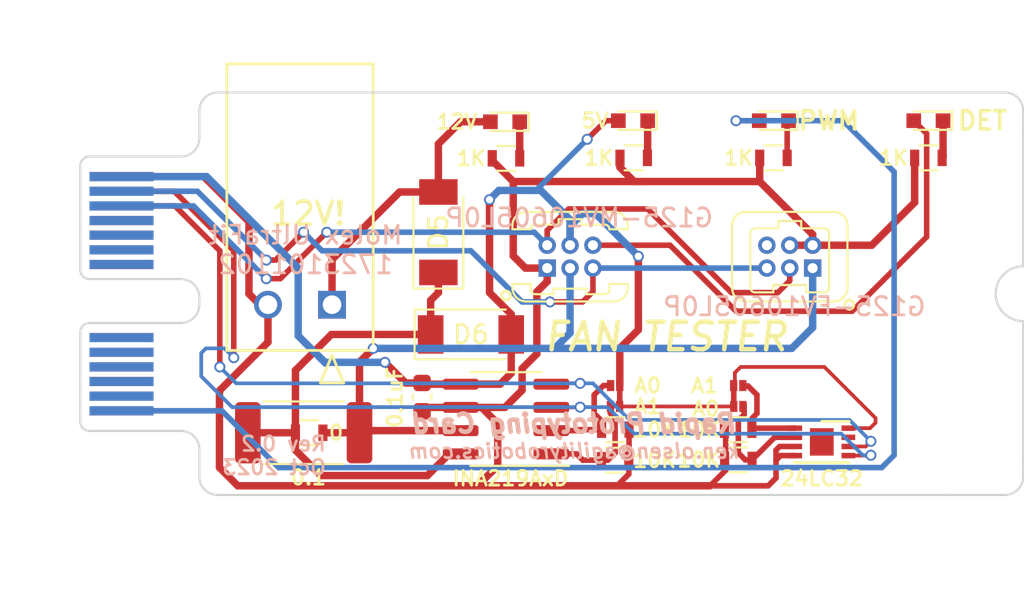
<source format=kicad_pcb>
(kicad_pcb (version 20211014) (generator pcbnew)
  (title_block (title "Beetje 32U4 Blok") (date "2018-08-10") (rev "0.0") (company "www.MakersBox.us") (comment 1 "648.ken@gmail.com"))
  (layers (0 "F.Cu" signal) (31 "B.Cu" signal) (34 "B.Paste" user) (35 "F.Paste" user) (36 "B.SilkS" user "B.Silkscreen") (37 "F.SilkS" user "F.Silkscreen") (38 "B.Mask" user) (39 "F.Mask" user) (44 "Edge.Cuts" user))
  (net 0 "")
  (net 1 "/10")
  (net 2 "/04")
  (net 3 "/05")
  (net 4 "/06")
  (net 5 "/07")
  (net 6 "/08")
  (net 7 "/09")
  (net 8 "/11")
  (net 9 "/12")
  (net 10 "/18")
  (net 11 "/19")
  (net 12 "/20")
  (net 13 "/03")
  (net 14 "GND")
  (net 15 "+5V")
  (net 16 "/LED1")
  (net 17 "Net-(D1-Pad1)")
  (net 18 "Net-(D2-Pad1)")
  (net 19 "Net-(D5-Pad1)")
  (net 22 "Net-(D3-Pad1)")
  (net 23 "/VSS")
  (net 24 "/02")
  (net 25 "/13")
  (net 26 "/14")
  (net 27 "/15")
  (net 28 "/16")
  (net 29 "/17")
  (net 30 "/SCL")
  (net 31 "/SDA")
  (net 32 "+12V")
  (net 33 "/PWM")
  (net 34 "/TACH")
  (net 35 "/DETECT")
  (net 36 "Net-(D4-Pad1)")
  (net 37 "Net-(A0-Pad1)")
  (net 38 "Net-(JUMP1-Pad2)")
  (net 39 "Net-(JUMP2-Pad2)")
  (footprint "footprints:MEC8-113-CARD_2" (layer "F.Cu") (at 0 -0.1 90)
    (fp_text reference "X0")
    (fp_text value "Card Edge")
    (fp_line (start 17.5 0.5) (end 17.5 5.5) (layer "Edge.Cuts") (width 0.12))
    (fp_line (start 2.5 0.5) (end 2.5 5.5) (layer "Edge.Cuts") (width 0.12))
    (fp_line (start 9.4 6.5) (end 9.8 6.5) (layer "Edge.Cuts") (width 0.12))
    (fp_line (start 11.5 51.5) (end 19 51.5) (layer "Edge.Cuts") (width 0.12))
    (fp_line (start 1 6.5) (end 1.5 6.5) (layer "Edge.Cuts") (width 0.12))
    (fp_line (start 19 51.5) (end 20 51.5) (layer "Edge.Cuts") (width 0.12))
    (fp_line (start 3 0) (end 7.9 0) (layer "Edge.Cuts") (width 0.12))
    (fp_line (start 10.8 5.5) (end 10.8 0.5) (layer "Edge.Cuts") (width 0.12))
    (fp_line (start -1 50.5) (end -1 47.5) (layer "Edge.Cuts") (width 0.12))
    (fp_line (start 8.4 0.5) (end 8.4 5.5) (layer "Edge.Cuts") (width 0.12))
    (fp_line (start 17 0) (end 11.3 0) (layer "Edge.Cuts") (width 0.12))
    (fp_line (start 18.5 6.5) (end 19 6.5) (layer "Edge.Cuts") (width 0.12))
    (fp_line (start 0 6.5) (end 1 6.5) (layer "Edge.Cuts") (width 0.12))
    (fp_line (start 21 50.5) (end 21 47.5) (layer "Edge.Cuts") (width 0.12))
    (fp_line (start 8.5 51.5) (end 1 51.5) (layer "Edge.Cuts") (width 0.12))
    (fp_line (start -1 47.5) (end -1 7.5) (layer "Edge.Cuts") (width 0.12))
    (fp_line (start 0 51.5) (end 1 51.5) (layer "Edge.Cuts") (width 0.12))
    (fp_line (start 19 6.5) (end 20 6.5) (layer "Edge.Cuts") (width 0.12))
    (fp_line (start 21 7.5) (end 21 47.5) (layer "Edge.Cuts") (width 0.12))
    (fp_arc (start 9.4 6.5) (mid 8.692893 6.207107) (end 8.4 5.5) (layer "Edge.Cuts") (width 0.12))
    (fp_arc (start 17 0) (mid 17.353553 0.146447) (end 17.5 0.5) (layer "Edge.Cuts") (width 0.12))
    (fp_arc (start 8.5 51.5) (mid 10 50) (end 11.5 51.5) (layer "Edge.Cuts") (width 0.12))
    (fp_arc (start 10.8 5.5) (mid 10.507107 6.207107) (end 9.8 6.5) (layer "Edge.Cuts") (width 0.12))
    (fp_arc (start -1 7.5) (mid -0.707107 6.792893) (end 0 6.5) (layer "Edge.Cuts") (width 0.12))
    (fp_arc (start 7.9 0) (mid 8.253553 0.146447) (end 8.4 0.5) (layer "Edge.Cuts") (width 0.12))
    (fp_arc (start 20 6.5) (mid 20.707107 6.792893) (end 21 7.5) (layer "Edge.Cuts") (width 0.12))
    (fp_arc (start 21 50.5) (mid 20.707107 51.207107) (end 20 51.5) (layer "Edge.Cuts") (width 0.12))
    (fp_arc (start 2.5 5.5) (mid 2.207107 6.207107) (end 1.5 6.5) (layer "Edge.Cuts") (width 0.12))
    (fp_arc (start 18.5 6.5) (mid 17.792893 6.207107) (end 17.5 5.5) (layer "Edge.Cuts") (width 0.12))
    (fp_arc (start 10.8 0.5) (mid 10.946447 0.146447) (end 11.3 0) (layer "Edge.Cuts") (width 0.12))
    (fp_arc (start 2.5 0.5) (mid 2.646447 0.146447) (end 3 0) (layer "Edge.Cuts") (width 0.12))
    (fp_arc (start 0 51.5) (mid -0.707107 51.207107) (end -1 50.5) (layer "Edge.Cuts") (width 0.12))
    (pad "1" smd rect locked (at 3.6 2.25 90) (size 0.5 3.5) (layers "B.Cu" "B.Paste" "B.Mask") (net 16 "/LED1"))
    (pad "2" smd rect locked (at 4.4 2.25 90) (size 0.5 3.5) (layers "B.Cu" "B.Paste" "B.Mask") (net 24 "/02"))
    (pad "3" smd rect locked (at 5.2 2.25 90) (size 0.5 3.5) (layers "B.Cu" "B.Paste" "B.Mask") (net 13 "/03"))
    (pad "4" smd rect locked (at 6 2.25 90) (size 0.5 3.5) (layers "B.Cu" "B.Paste" "B.Mask") (net 2 "/04"))
    (pad "5" smd rect locked (at 6.8 2.25 90) (size 0.5 3.5) (layers "B.Cu" "B.Paste" "B.Mask") (net 3 "/05"))
    (pad "6" smd rect locked (at 7.6 2.25 90) (size 0.5 3.5) (layers "B.Cu" "B.Paste" "B.Mask") (net 4 "/06"))
    (pad "7" smd rect locked (at 11.6 2.25 90) (size 0.5 3.5) (layers "B.Cu" "B.Paste" "B.Mask") (net 5 "/07"))
    (pad "8" smd rect locked (at 12.4 2.25 90) (size 0.5 3.5) (layers "B.Cu" "B.Paste" "B.Mask") (net 6 "/08"))
    (pad "9" smd rect locked (at 13.2 2.25 90) (size 0.5 3.5) (layers "B.Cu" "B.Paste" "B.Mask") (net 7 "/09"))
    (pad "10" smd rect locked (at 14 2.25 90) (size 0.5 3.5) (layers "B.Cu" "B.Paste" "B.Mask") (net 1 "/10"))
    (pad "11" smd rect locked (at 14.8 2.25 90) (size 0.5 3.5) (layers "B.Cu" "B.Paste" "B.Mask") (net 33 "/PWM"))
    (pad "12" smd rect locked (at 15.6 2.25 90) (size 0.5 3.5) (layers "B.Cu" "B.Paste" "B.Mask") (net 34 "/TACH"))
    (pad "13" smd rect locked (at 16.4 2.25 90) (size 0.5 3.5) (layers "B.Cu" "B.Paste" "B.Mask") (net 15 "+5V"))
    (pad "14" smd rect locked (at 3.6 2.25 90) (size 0.5 3.5) (layers "F.Cu" "F.Paste" "F.Mask") (net 8 "/11"))
    (pad "15" smd rect locked (at 4.4 2.25 90) (size 0.5 3.5) (layers "F.Cu" "F.Paste" "F.Mask") (net 9 "/12"))
    (pad "16" smd rect locked (at 5.2 2.25 90) (size 0.5 3.5) (layers "F.Cu" "F.Paste" "F.Mask") (net 25 "/13"))
    (pad "17" smd rect locked (at 6 2.25 90) (size 0.5 3.5) (layers "F.Cu" "F.Paste" "F.Mask") (net 26 "/14"))
    (pad "18" smd rect locked (at 6.8 2.25 90) (size 0.5 3.5) (layers "F.Cu" "F.Paste" "F.Mask") (net 27 "/15"))
    (pad "19" smd rect locked (at 7.6 2.25 90) (size 0.5 3.5) (layers "F.Cu" "F.Paste" "F.Mask") (net 28 "/16"))
    (pad "20" smd rect locked (at 11.6 2.25 90) (size 0.5 3.5) (layers "F.Cu" "F.Paste" "F.Mask") (net 29 "/17"))
    (pad "21" smd rect locked (at 12.4 2.25 90) (size 0.5 3.5) (layers "F.Cu" "F.Paste" "F.Mask") (net 10 "/18"))
    (pad "22" smd rect locked (at 13.2 2.25 90) (size 0.5 3.5) (layers "F.Cu" "F.Paste" "F.Mask") (net 11 "/19"))
    (pad "23" smd rect locked (at 14 2.25 90) (size 0.5 3.5) (layers "F.Cu" "F.Paste" "F.Mask") (net 12 "/20"))
    (pad "24" smd rect locked (at 14.8 2.25 90) (size 0.5 3.5) (layers "F.Cu" "F.Paste" "F.Mask") (net 30 "/SCL"))
    (pad "25" smd rect locked (at 15.6 2.25 90) (size 0.5 3.5) (layers "F.Cu" "F.Paste" "F.Mask") (net 31 "/SDA"))
    (pad "26" smd rect locked (at 16.4 2.25 90) (size 0.5 3.5) (layers "F.Cu" "F.Paste" "F.Mask") (net 14 "GND"))
  )
  (footprint "Capacitor_SMD:C_0603_1608Metric" (layer "F.Cu") (at 18.669 -4.445 -90)
    (fp_text reference "C1" hide)
    (fp_text value "0.1uF" (at 0.011 1.484 90) (layer "F.SilkS") (effects (font (size 0.8 0.8))))
    (pad "1" smd roundrect locked (at -0.775 0 270) (size 0.9 0.95) (layers "F.Cu" "F.Paste" "F.Mask") (net 15 "+5V"))
    (pad "2" smd roundrect locked (at 0.775 0 270) (size 0.9 0.95) (layers "F.Cu" "F.Paste" "F.Mask") (net 14 "GND"))
  )
  (footprint "footprints:R_0603" (layer "F.Cu") (at 12.5 -2.5 180)
    (fp_text reference "R8")
    (fp_text value "0" (at -1.47 0) (layer "F.SilkS") (effects (font (size 0.8 0.8))))
    (pad "1" smd rect (at -0.75 0 180) (size 0.5 0.9) (layers "F.Cu" "F.Paste" "F.Mask") (net 23 "/VSS"))
    (pad "2" smd rect (at 0.75 0 180) (size 0.5 0.9) (layers "F.Cu" "F.Paste" "F.Mask") (net 19 "Net-(D5-Pad1)"))
  )
  (footprint "footprints:R_0603" (layer "F.Cu") (at 46.322 -17.526)
    (fp_text reference "R3")
    (fp_text value "1K" (at -1.905 0 180) (layer "F.SilkS") (effects (font (size 0.8 0.8))))
    (pad "1" smd rect (at -0.75 0) (size 0.5 0.9) (layers "F.Cu" "F.Paste" "F.Mask") (net 14 "GND"))
    (pad "2" smd rect (at 0.75 0) (size 0.5 0.9) (layers "F.Cu" "F.Paste" "F.Mask") (net 18 "Net-(D2-Pad1)"))
  )
  (footprint "footprints:Ultrafit2P" (layer "F.Cu") (at 13.75 -9.5 180)
    (fp_text reference "J4" hide)
    (fp_text value "12V!" (at 1.304 4.978 180) (layer "F.SilkS") (effects (font (size 1.25 1.25) (thickness 0.2))))
    (pad "" np_thru_hole circle locked (at 1.75 7.91 180) (size 3.048 3.048) (drill 3.048) (layers *.Cu *.Mask))
    (pad "1" thru_hole rect locked (at 0 0 180) (size 1.52 1.52) (drill 1.016) (layers *.Cu *.Mask) (net 32 "+12V"))
    (pad "2" thru_hole circle locked (at 3.500001 0 180) (size 1.52 1.52) (drill 1.016) (layers *.Cu *.Mask) (net 14 "GND"))
  )
  (footprint "Resistor_SMD:R_2512_6332Metric_Pad1.40x3.35mm_HandSolder" (layer "F.Cu") (at 12.2 -2.5 180)
    (fp_text reference "R6" hide)
    (fp_text value "0.1" (at -0.2625 -2.45) (layer "F.SilkS") (effects (font (size 0.8 0.8))))
    (pad "1" smd roundrect locked (at -3.05 0 180) (size 1.4 3.35) (layers "F.Cu" "F.Paste" "F.Mask") (roundrect_rratio 0.178571) (net 23 "/VSS"))
    (pad "2" smd roundrect locked (at 3.05 0 180) (size 1.4 3.35) (layers "F.Cu" "F.Paste" "F.Mask") (roundrect_rratio 0.178571) (net 19 "Net-(D5-Pad1)"))
  )
  (footprint "Package_SO:SOIC-8_3.9x4.9mm_P1.27mm" (layer "F.Cu") (at 23.25 -3.25 180)
    (fp_text reference "U2" hide)
    (fp_text value "INA219AxD" (at -0.25 -3.25) (layer "F.SilkS") (effects (font (size 0.8 0.8))))
    (pad "1" smd roundrect locked (at -2.475 -1.905 180) (size 1.95 0.6) (layers "F.Cu" "F.Paste" "F.Mask") (net 15 "+5V"))
    (pad "2" smd roundrect locked (at -2.475 -0.635 180) (size 1.95 0.6) (layers "F.Cu" "F.Paste" "F.Mask") (net 37 "Net-(A0-Pad1)"))
    (pad "3" smd roundrect locked (at -2.475 0.635 180) (size 1.95 0.6) (layers "F.Cu" "F.Paste" "F.Mask") (net 31 "/SDA"))
    (pad "4" smd roundrect locked (at -2.475 1.905 180) (size 1.95 0.6) (layers "F.Cu" "F.Paste" "F.Mask") (net 30 "/SCL"))
    (pad "5" smd roundrect locked (at 2.475 1.905 180) (size 1.95 0.6) (layers "F.Cu" "F.Paste" "F.Mask") (net 15 "+5V"))
    (pad "6" smd roundrect locked (at 2.475 0.635 180) (size 1.95 0.6) (layers "F.Cu" "F.Paste" "F.Mask") (net 14 "GND"))
    (pad "7" smd roundrect locked (at 2.475 -0.635 180) (size 1.95 0.6) (layers "F.Cu" "F.Paste" "F.Mask") (net 23 "/VSS"))
    (pad "8" smd roundrect locked (at 2.475 -1.905 180) (size 1.95 0.6) (layers "F.Cu" "F.Paste" "F.Mask") (net 19 "Net-(D5-Pad1)"))
  )
  (footprint "footprints:DFN-8-1EP_3x2mm" (layer "F.Cu") (at 40.5 -2)
    (fp_text reference "U1" hide)
    (fp_text value "24LC32" (at 0 2 180) (layer "F.SilkS") (effects (font (size 0.8 0.8))))
    (pad "1" smd rect locked (at -1.45 -0.75) (size 0.75 0.3) (layers "F.Cu" "F.Paste" "F.Mask") (net 38 "Net-(JUMP1-Pad2)"))
    (pad "2" smd rect locked (at -1.45 -0.25) (size 0.75 0.3) (layers "F.Cu" "F.Paste" "F.Mask") (net 39 "Net-(JUMP2-Pad2)"))
    (pad "3" smd rect locked (at -1.45 0.25) (size 0.75 0.3) (layers "F.Cu" "F.Paste" "F.Mask") (net 14 "GND"))
    (pad "4" smd rect locked (at -1.45 0.75) (size 0.75 0.3) (layers "F.Cu" "F.Paste" "F.Mask") (net 14 "GND"))
    (pad "5" smd rect locked (at 1.45 0.75) (size 0.75 0.3) (layers "F.Cu" "F.Paste" "F.Mask") (net 31 "/SDA"))
    (pad "6" smd rect locked (at 1.45 0.25) (size 0.75 0.3) (layers "F.Cu" "F.Paste" "F.Mask") (net 30 "/SCL"))
    (pad "7" smd rect locked (at 1.45 -0.25) (size 0.75 0.3) (layers "F.Cu" "F.Paste" "F.Mask"))
    (pad "8" smd rect locked (at 1.45 -0.75) (size 0.75 0.3) (layers "F.Cu" "F.Paste" "F.Mask") (net 15 "+5V"))
    (pad "9" smd rect locked (at 0 0) (size 1.3 1.5) (layers "F.Cu" "F.Mask"))
  )
  (footprint "footprints:LED_0603" (layer "F.Cu") (at 23.2 -19.5 180)
    (fp_text reference "D4" hide)
    (fp_text value "12V" (at 2.626 0 unlocked) (layer "F.SilkS") (effects (font (size 0.8 0.8))))
    (pad "1" smd rect locked (at -0.8 0) (size 0.8 0.8) (layers "F.Cu" "F.Paste" "F.Mask") (net 36 "Net-(D4-Pad1)"))
    (pad "2" smd rect locked (at 0.8 0) (size 0.8 0.8) (layers "F.Cu" "F.Paste" "F.Mask") (net 32 "+12V"))
  )
  (footprint "footprints:R_0603" (layer "F.Cu") (at 23.25 -17.5)
    (fp_text reference "R9")
    (fp_text value "1K" (at -1.905 0 180) (layer "F.SilkS") (effects (font (size 0.8 0.8))))
    (pad "1" smd rect (at -0.75 0) (size 0.5 0.9) (layers "F.Cu" "F.Paste" "F.Mask") (net 14 "GND"))
    (pad "2" smd rect (at 0.75 0) (size 0.5 0.9) (layers "F.Cu" "F.Paste" "F.Mask") (net 36 "Net-(D4-Pad1)"))
  )
  (footprint "footprints:LED_0603" (layer "F.Cu") (at 46.322 -19.558 180)
    (fp_text reference "D2" hide)
    (fp_text value "DET" (at -2.95 0 unlocked) (layer "F.SilkS") (effects (font (thickness 0.2))))
    (pad "1" smd rect locked (at -0.8 0) (size 0.8 0.8) (layers "F.Cu" "F.Paste" "F.Mask") (net 18 "Net-(D2-Pad1)"))
    (pad "2" smd rect locked (at 0.8 0) (size 0.8 0.8) (layers "F.Cu" "F.Paste" "F.Mask") (net 35 "/DETECT"))
  )
  (footprint "footprints:LED_0603" (layer "F.Cu") (at 37.884 -19.558 180)
    (fp_text reference "D1" hide)
    (fp_text value "PWM" (at -3 0 unlocked) (layer "F.SilkS") (effects (font (thickness 0.2))))
    (pad "1" smd rect locked (at -0.8 0) (size 0.8 0.8) (layers "F.Cu" "F.Paste" "F.Mask") (net 17 "Net-(D1-Pad1)"))
    (pad "2" smd rect locked (at 0.8 0) (size 0.8 0.8) (layers "F.Cu" "F.Paste" "F.Mask") (net 16 "/LED1"))
  )
  (footprint "footprints:Harwin_Gecko-G125-MVX0605L0X_2x03_P1.25mm_Vertical" (layer "F.Cu") (at 25.5 -11.5)
    (fp_text reference "X1" hide)
    (fp_text value "Gecko 6P" hide)
    (fp_text user "G125-MV10605L0P" (at 1.75 -2.75 unlocked) (layer "B.SilkS") (effects (justify mirror)))
    (pad "1" thru_hole rect locked (at 0 0) (size 0.95 0.95) (drill 0.55) (layers *.Cu *.Mask) (net 14 "GND"))
    (pad "2" thru_hole circle locked (at 1.25 0) (size 0.95 0.95) (drill 0.55) (layers *.Cu *.Mask) (net 23 "/VSS"))
    (pad "3" thru_hole circle locked (at 2.5 0) (size 0.95 0.95) (drill 0.55) (layers *.Cu *.Mask) (net 34 "/TACH"))
    (pad "4" thru_hole circle locked (at 0 -1.25) (size 0.95 0.95) (drill 0.55) (layers *.Cu *.Mask) (net 33 "/PWM"))
    (pad "5" thru_hole circle locked (at 1.25 -1.25) (size 0.95 0.95) (drill 0.55) (layers *.Cu *.Mask) (net 15 "+5V"))
    (pad "6" thru_hole circle locked (at 2.5 -1.25) (size 0.95 0.95) (drill 0.55) (layers *.Cu *.Mask) (net 35 "/DETECT"))
  )
  (footprint "footprints:R_0603" (layer "F.Cu") (at 37.858 -17.526)
    (fp_text reference "R2")
    (fp_text value "1K" (at -1.905 0 180) (layer "F.SilkS") (effects (font (size 0.8 0.8))))
    (pad "1" smd rect (at -0.75 0) (size 0.5 0.9) (layers "F.Cu" "F.Paste" "F.Mask") (net 14 "GND"))
    (pad "2" smd rect (at 0.75 0) (size 0.5 0.9) (layers "F.Cu" "F.Paste" "F.Mask") (net 17 "Net-(D1-Pad1)"))
  )
  (footprint "footprints:Harwin_Gecko-G125-FVX0605L0X_2x03_P1.25mm_Vertical" (layer "F.Cu") (at 40 -11.5 180)
    (fp_text reference "X2" hide)
    (fp_text value "Gecko 6P" hide)
    (fp_text user "G125-FV10605L0P" (at 1 -2.102) (layer "B.SilkS") (effects (justify mirror)))
    (pad "1" thru_hole rect locked (at 0 0 180) (size 0.95 0.95) (drill 0.55) (layers *.Cu *.Mask) (net 23 "/VSS"))
    (pad "2" thru_hole circle locked (at 1.25 0 180) (size 0.95 0.95) (drill 0.55) (layers *.Cu *.Mask) (net 33 "/PWM"))
    (pad "3" thru_hole circle locked (at 2.5 0 180) (size 0.95 0.95) (drill 0.55) (layers *.Cu *.Mask) (net 34 "/TACH"))
    (pad "4" thru_hole circle locked (at 0 1.25 180) (size 0.95 0.95) (drill 0.55) (layers *.Cu *.Mask) (net 14 "GND"))
    (pad "5" thru_hole circle locked (at 1.25 1.25 180) (size 0.95 0.95) (drill 0.55) (layers *.Cu *.Mask) (net 14 "GND"))
    (pad "6" thru_hole circle locked (at 2.5 1.25 180) (size 0.95 0.95) (drill 0.55) (layers *.Cu *.Mask))
  )
  (footprint "Diode_SMD:D_SOD-128" (layer "F.Cu") (at 21.336 -7.874)
    (fp_text reference "D6" (at 0 0) (layer "F.SilkS"))
    (fp_text value "D")
    (pad "1" smd rect (at -2.2 0) (size 1.4 2.1) (layers "F.Cu" "F.Paste" "F.Mask") (net 19 "Net-(D5-Pad1)"))
    (pad "2" smd rect (at 2.2 0) (size 1.4 2.1) (layers "F.Cu" "F.Paste" "F.Mask") (net 15 "+5V"))
  )
  (footprint "Diode_SMD:D_SOD-128" (layer "F.Cu") (at 19.558 -13.462 90)
    (fp_text reference "D5" (at 0 0 90) (layer "F.SilkS"))
    (fp_text value "D")
    (pad "1" smd rect (at -2.2 0 90) (size 1.4 2.1) (layers "F.Cu" "F.Paste" "F.Mask") (net 19 "Net-(D5-Pad1)"))
    (pad "2" smd rect (at 2.2 0 90) (size 1.4 2.1) (layers "F.Cu" "F.Paste" "F.Mask") (net 32 "+12V"))
  )
  (footprint "footprints:Jumper" (layer "F.Cu") (at 29.214 -5.08)
    (fp_text reference "A0" (at 1.774 0) (layer "F.SilkS") (effects (font (size 0.8 0.8))))
    (fp_text value "Jumper")
    (pad "1" smd rect (at -0.25 0) (size 0.4 0.6) (layers "F.Cu" "F.Paste" "F.Mask") (net 37 "Net-(A0-Pad1)") (clearance 0.1))
    (pad "2" smd rect (at 0.25 0) (size 0.4 0.6) (layers "F.Cu" "F.Paste" "F.Mask") (net 15 "+5V") (clearance 0.1))
  )
  (footprint "footprints:Jumper" (layer "F.Cu") (at 35.937 -5.08)
    (fp_text reference "JUMP1" hide)
    (fp_text value "A1" (at -1.838 0) (layer "F.SilkS") (effects (font (size 0.8 0.8))))
    (pad "1" smd rect (at -0.25 0) (size 0.4 0.6) (layers "F.Cu" "F.Paste" "F.Mask") (net 15 "+5V") (clearance 0.1))
    (pad "2" smd rect (at 0.25 0) (size 0.4 0.6) (layers "F.Cu" "F.Paste" "F.Mask") (net 38 "Net-(JUMP1-Pad2)") (clearance 0.1))
  )
  (footprint "footprints:R_0603" (layer "F.Cu") (at 29.222 -2.667)
    (fp_text reference "R1")
    (fp_text value "10K" (at 2.147 0) (layer "F.SilkS") (effects (font (size 0.8 0.8))))
    (pad "1" smd rect (at -0.75 0) (size 0.5 0.9) (layers "F.Cu" "F.Paste" "F.Mask") (net 37 "Net-(A0-Pad1)"))
    (pad "2" smd rect (at 0.75 0) (size 0.5 0.9) (layers "F.Cu" "F.Paste" "F.Mask") (net 14 "GND"))
  )
  (footprint "footprints:R_0603" (layer "F.Cu") (at 35.941 -1.016)
    (fp_text reference "R10")
    (fp_text value "10K" (at -2.159 0) (layer "F.SilkS") (effects (font (size 0.8 0.8))))
    (pad "1" smd rect (at -0.75 0) (size 0.5 0.9) (layers "F.Cu" "F.Paste" "F.Mask") (net 14 "GND"))
    (pad "2" smd rect (at 0.75 0) (size 0.5 0.9) (layers "F.Cu" "F.Paste" "F.Mask") (net 39 "Net-(JUMP2-Pad2)"))
  )
  (footprint "footprints:Jumper" (layer "F.Cu") (at 35.941 -3.937)
    (fp_text reference "JUMP2" hide)
    (fp_text value "A0" (at -1.778 0.127) (layer "F.SilkS") (effects (font (size 0.8 0.8))))
    (pad "1" smd rect (at -0.25 0) (size 0.4 0.6) (layers "F.Cu" "F.Paste" "F.Mask") (net 15 "+5V") (clearance 0.1))
    (pad "2" smd rect (at 0.25 0) (size 0.4 0.6) (layers "F.Cu" "F.Paste" "F.Mask") (net 39 "Net-(JUMP2-Pad2)") (clearance 0.1))
  )
  (footprint "footprints:R_0603" (layer "F.Cu") (at 30.226 -17.526)
    (fp_text reference "R4")
    (fp_text value "1K" (at -1.905 0 180) (layer "F.SilkS") (effects (font (size 0.8 0.8))))
    (pad "1" smd rect (at -0.75 0) (size 0.5 0.9) (layers "F.Cu" "F.Paste" "F.Mask") (net 14 "GND"))
    (pad "2" smd rect (at 0.75 0) (size 0.5 0.9) (layers "F.Cu" "F.Paste" "F.Mask") (net 22 "Net-(D3-Pad1)"))
  )
  (footprint "footprints:R_0603" (layer "F.Cu") (at 29.21 -1 180)
    (fp_text reference "R5")
    (fp_text value "10K" (at -2.159 0) (layer "F.SilkS") (effects (font (size 0.8 0.8))))
    (pad "1" smd rect (at -0.75 0 180) (size 0.5 0.9) (layers "F.Cu" "F.Paste" "F.Mask") (net 14 "GND"))
    (pad "2" smd rect (at 0.75 0 180) (size 0.5 0.9) (layers "F.Cu" "F.Paste" "F.Mask") (net 15 "+5V"))
  )
  (footprint "footprints:Jumper" (layer "F.Cu") (at 29.206 -3.937)
    (fp_text reference "A1" (at 1.782 0) (layer "F.SilkS") (effects (font (size 0.8 0.8))))
    (fp_text value "Jumper")
    (pad "1" smd rect (at -0.25 0) (size 0.4 0.6) (layers "F.Cu" "F.Paste" "F.Mask") (net 15 "+5V") (clearance 0.1))
    (pad "2" smd rect (at 0.25 0) (size 0.4 0.6) (layers "F.Cu" "F.Paste" "F.Mask") (net 15 "+5V") (clearance 0.1))
  )
  (footprint "footprints:R_0603" (layer "F.Cu") (at 35.929 -2.667)
    (fp_text reference "R7")
    (fp_text value "10K" (at -2.147 0) (layer "F.SilkS") (effects (font (size 0.8 0.8))))
    (pad "1" smd rect (at -0.75 0) (size 0.5 0.9) (layers "F.Cu" "F.Paste" "F.Mask") (net 14 "GND"))
    (pad "2" smd rect (at 0.75 0) (size 0.5 0.9) (layers "F.Cu" "F.Paste" "F.Mask") (net 38 "Net-(JUMP1-Pad2)"))
  )
  (footprint "footprints:LED_0603" (layer "F.Cu") (at 30.188 -19.558 180)
    (fp_text reference "D3" hide)
    (fp_text value "5V" (at 2.07 0 unlocked) (layer "F.SilkS") (effects (font (size 0.8 0.8))))
    (pad "1" smd rect locked (at -0.8 0) (size 0.8 0.8) (layers "F.Cu" "F.Paste" "F.Mask") (net 22 "Net-(D3-Pad1)"))
    (pad "2" smd rect locked (at 0.8 0) (size 0.8 0.8) (layers "F.Cu" "F.Paste" "F.Mask") (net 15 "+5V"))
  )
  (gr_text "ken.olsen@agilityrobotics.com" (at 27 -1.5) (layer "B.SilkS") (effects (font (size 0.8 0.8) (thickness 0.15) italic) (justify mirror)))
  (gr_text "Rev 0.2\nOct 2023" (at 13.5 -1.25) (layer "B.SilkS") (effects (font (size 0.8 0.8)) (justify left mirror)))
  (gr_text "Rapid Prototyping Card" (at 27 -3) (layer "B.SilkS") (effects (font (size 1 1) (thickness 0.25) italic) (justify mirror)))
  (gr_text "Molex UltraFit\n1723101102" (at 12.3 -12.5) (layer "B.SilkS") (effects (font (size 1 1)) (justify mirror)))
  (gr_text "FAN TESTER" (at 32 -7.75) (layer "F.SilkS") (effects (font (size 1.5 1.5) (thickness 0.25) italic)))
  (segment (start 24.9366 -10.2046) (end 24.9366 -6.8134) (width 0.4064) (layer "F.Cu") (net 14))
  (segment (start 45.572 -15.092) (end 45.572 -17.526) (width 0.4064) (layer "F.Cu") (net 14))
  (segment (start 39.05 -1.25) (end 38.25 -1.25) (width 0.3048) (layer "F.Cu") (net 14))
  (segment (start 6.75 -16.5) (end 9.212 -14.038) (width 0.4064) (layer "F.Cu") (net 14))
  (segment (start 29.318 0.4) (end 34.398 0.4) (width 0.4064) (layer "F.Cu") (net 14))
  (segment (start 21.915 -3.885) (end 22.55 -3.25) (width 0.4064) (layer "F.Cu") (net 14))
  (segment (start 38.25 -1.25) (end 38 -1) (width 0.3048) (layer "F.Cu") (net 14))
  (segment (start 40 -13.34) (end 40 -12.75) (width 0.4064) (layer "F.Cu") (net 14))
  (segment (start 30.758 -16.232) (end 37.108 -16.232) (width 0.4064) (layer "F.Cu") (net 14))
  (segment (start 7.6 -0.6) (end 8.6 0.4) (width 0.4064) (layer "F.Cu") (net 14))
  (segment (start 22.5 -17.378) (end 23.646 -16.232) (width 0.4064) (layer "F.Cu") (net 14))
  (segment (start 35.25 -1) (end 35.25 -0.452) (width 0.3048) (layer "F.Cu") (net 14))
  (segment (start 10.249999 -9.5) (end 9.804 -9.5) (width 0.4064) (layer "F.Cu") (net 14))
  (segment (start 38.199 -1.75) (end 38 -1.551) (width 0.3048) (layer "F.Cu") (net 14))
  (segment (start 37.108 -17.526) (end 37.108 -16.232) (width 0.4064) (layer "F.Cu") (net 14))
  (segment (start 25.5 -11.5) (end 25.5 -10.768) (width 0.4064) (layer "F.Cu") (net 14))
  (segment (start 10.249999 -9.5) (end 10.249999 -7.449999) (width 0.4064) (layer "F.Cu") (net 14))
  (segment (start 29.972 -2.667) (end 29.972 -1.012) (width 0.3048) (layer "F.Cu") (net 14))
  (segment (start 9.212 -10.092) (end 9.212 -14.038) (width 0.4064) (layer "F.Cu") (net 14))
  (segment (start 40 -12.75) (end 43.23 -12.75) (width 0.4064) (layer "F.Cu") (net 14))
  (segment (start 22.8 -3) (end 22.8 -0.7) (width 0.4064) (layer "F.Cu") (net 14))
  (segment (start 35.25 -2.667) (end 35.25 -1) (width 0.3048) (layer "F.Cu") (net 14))
  (segment (start 22.8 -0.7) (end 21.7 0.4) (width 0.4064) (layer "F.Cu") (net 14))
  (segment (start 30.25 -16.232) (end 30.758 -16.232) (width 0.4064) (layer "F.Cu") (net 14))
  (segment (start 22.55 -3.25) (end 22.8 -3) (width 0.4064) (layer "F.Cu") (net 14))
  (segment (start 38 -1.551) (end 38 -1) (width 0.3048) (layer "F.Cu") (net 14))
  (segment (start 8.6 0.4) (end 21.7 0.4) (width 0.4064) (layer "F.Cu") (net 14))
  (segment (start 23.189 -3.885) (end 21.915 -3.885) (width 0.4064) (layer "F.Cu") (net 14))
  (segment (start 21.7 0.4) (end 29.318 0.4) (width 0.4064) (layer "F.Cu") (net 14))
  (segment (start 18.884 -3.885) (end 18.669 -3.67) (width 0.4064) (layer "F.Cu") (net 14))
  (segment (start 35.25 -0.452) (end 34.398 0.4) (width 0.3048) (layer "F.Cu") (net 14))
  (segment (start 24.13 -6.0068) (end 24.13 -4.826) (width 0.4064) (layer "F.Cu") (net 14))
  (segment (start 38 -0.027) (end 37.573 0.4) (width 0.3048) (layer "F.Cu") (net 14))
  (segment (start 9.804 -9.5) (end 9.212 -10.092) (width 0.4064) (layer "F.Cu") (net 14))
  (segment (start 29.476 -17.006) (end 30.25 -16.232) (width 0.4064) (layer "F.Cu") (net 14))
  (segment (start 37.573 0.4) (end 34.398 0.4) (width 0.3048) (layer "F.Cu") (net 14))
  (segment (start 39.05 -1.75) (end 38.199 -1.75) (width 0.3048) (layer "F.Cu") (net 14))
  (segment (start 10.249999 -7.449999) (end 7.6 -4.8) (width 0.4064) (layer "F.Cu") (net 14))
  (segment (start 29.96 -0.242) (end 29.318 0.4) (width 0.3048) (layer "F.Cu") (net 14))
  (segment (start 43.23 -12.75) (end 45.572 -15.092) (width 0.4064) (layer "F.Cu") (net 14))
  (segment (start 24.314 -11.5) (end 23.646 -12.168) (width 0.4064) (layer "F.Cu") (net 14))
  (segment (start 22.5 -17.5) (end 22.5 -17.378) (width 0.4064) (layer "F.Cu") (net 14))
  (segment (start 2.25 -16.5) (end 6.75 -16.5) (width 0.4064) (layer "F.Cu") (net 14))
  (segment (start 37.108 -16.232) (end 40 -13.34) (width 0.4064) (layer "F.Cu") (net 14))
  (segment (start 29.972 -1.012) (end 29.96 -1) (width 0.3048) (layer "F.Cu") (net 14))
  (segment (start 25.5 -11.5) (end 24.314 -11.5) (width 0.4064) (layer "F.Cu") (net 14))
  (segment (start 24.13 -4.826) (end 23.189 -3.885) (width 0.4064) (layer "F.Cu") (net 14))
  (segment (start 29.96 -1) (end 29.96 -0.242) (width 0.3048) (layer "F.Cu") (net 14))
  (segment (start 23.646 -16.232) (end 30.758 -16.232) (width 0.4064) (layer "F.Cu") (net 14))
  (segment (start 20.775 -3.885) (end 18.884 -3.885) (width 0.4064) (layer "F.Cu") (net 14))
  (segment (start 23.646 -12.168) (end 23.646 -16.232) (width 0.4064) (layer "F.Cu") (net 14))
  (segment (start 25.5 -10.768) (end 24.9366 -10.2046) (width 0.4064) (layer "F.Cu") (net 14))
  (segment (start 38.75 -12.75) (end 40 -12.75) (width 0.4064) (layer "F.Cu") (net 14))
  (segment (start 7.6 -4.8) (end 7.6 -0.6) (width 0.4064) (layer "F.Cu") (net 14))
  (segment (start 38 -1) (end 38 -0.027) (width 0.3048) (layer "F.Cu") (net 14))
  (segment (start 20.775 -3.885) (end 21.915 -3.885) (width 0.4064) (layer "F.Cu") (net 14))
  (segment (start 29.476 -17.526) (end 29.476 -17.006) (width 0.4064) (layer "F.Cu") (net 14))
  (segment (start 24.9366 -6.8134) (end 24.13 -6.0068) (width 0.4064) (layer "F.Cu") (net 14))
  (segment (start 30.48 -12.1457) (end 30.48 -8.128) (width 0.4064) (layer "F.Cu") (net 15))
  (segment (start 36.068 -6.096) (end 35.751 -5.779) (width 0.2032) (layer "F.Cu") (net 15))
  (segment (start 35.751 -5.779) (end 35.751 -5.207) (width 0.2032) (layer "F.Cu") (net 15))
  (segment (start 28.813 -1) (end 29.21 -1.397) (width 0.3048) (layer "F.Cu") (net 15))
  (segment (start 35.691 -3.937) (end 35.691 -5.076) (width 0.3048) (layer "F.Cu") (net 15))
  (segment (start 43.136 -2.75) (end 43.434 -3.048) (width 0.2032) (layer "F.Cu") (net 15))
  (segment (start 27.103 -1.345) (end 27.448 -1) (width 0.3048) (layer "F.Cu") (net 15))
  (segment (start 29.4672 -7.1152) (end 29.4672 -5.08) (width 0.4064) (layer "F.Cu") (net 15))
  (segment (start 28.956 -3.937) (end 29.456 -3.937) (width 0.2032) (layer "F.Cu") (net 15))
  (segment (start 22.352 -10.16) (end 22.352 -15.24) (width 0.4064) (layer "F.Cu") (net 15))
  (segment (start 41.95 -2.75) (end 43.136 -2.75) (width 0.2032) (layer "F.Cu") (net 15))
  (segment (start 22.606 -9.906) (end 22.352 -10.16) (width 0.4064) (layer "F.Cu") (net 15))
  (segment (start 29.21 -3.302) (end 28.956 -3.556) (width 0.3048) (layer "F.Cu") (net 15))
  (segment (start 29.464 -5.08) (end 29.464 -3.945) (width 0.3048) (layer "F.Cu") (net 15))
  (segment (start 30.48 -8.128) (end 29.4672 -7.1152) (width 0.4064) (layer "F.Cu") (net 15))
  (segment (start 23.536 -7.96) (end 23.536 -8.976) (width 0.4064) (layer "F.Cu") (net 15))
  (segment (start 28.46 -1) (end 28.813 -1) (width 0.3048) (layer "F.Cu") (net 15))
  (segment (start 20.775 -5.155) (end 22.935 -5.155) (width 0.4064) (layer "F.Cu") (net 15))
  (segment (start 23.536 -8.976) (end 22.606 -9.906) (width 0.4064) (layer "F.Cu") (net 15))
  (segment (start 20.775 -5.155) (end 18.734 -5.155) (width 0.4064) (layer "F.Cu") (net 15))
  (segment (start 29.21 -1.397) (end 29.21 -3.302) (width 0.3048) (layer "F.Cu") (net 15))
  (segment (start 23.536 -7.874) (end 23.536 -7.96) (width 0.4064) (layer "F.Cu") (net 15))
  (segment (start 28.702 -19.558) (end 29.388 -19.558) (width 0.3048) (layer "F.Cu") (net 15))
  (segment (start 25.725 -1.345) (end 27.103 -1.345) (width 0.3048) (layer "F.Cu") (net 15))
  (segment (start 27.686 -18.542) (end 28.702 -19.558) (width 0.3048) (layer "F.Cu") (net 15))
  (segment (start 22.935 -5.155) (end 23.536 -5.756) (width 0.4064) (layer "F.Cu") (net 15))
  (segment (start 35.691 -5.076) (end 35.687 -5.08) (width 0.3048) (layer "F.Cu") (net 15))
  (segment (start 43.434 -3.048) (end 43.434 -3.302) (width 0.2032) (layer "F.Cu") (net 15))
  (segment (start 40.64 -6.096) (end 36.068 -6.096) (width 0.2032) (layer "F.Cu") (net 15))
  (segment (start 27.448 -1) (end 28.45 -1) (width 0.3048) (layer "F.Cu") (net 15))
  (segment (start 35.6314 -3.937) (end 29.456 -3.937) (width 0.2032) (layer "F.Cu") (net 15))
  (segment (start 18.734 -5.155) (end 18.669 -5.22) (width 0.4064) (layer "F.Cu") (net 15))
  (segment (start 43.434 -3.302) (end 40.64 -6.096) (width 0.2032) (layer "F.Cu") (net 15))
  (segment (start 28.956 -3.556) (end 28.956 -3.937) (width 0.3048) (layer "F.Cu") (net 15))
  (segment (start 17.767 -5.22) (end 16.637 -6.35) (width 0.4064) (layer "F.Cu") (net 15))
  (segment (start 23.536 -5.756) (end 23.536 -7.874) (width 0.4064) (layer "F.Cu") (net 15))
  (segment (start 18.669 -5.22) (end 17.767 -5.22) (width 0.4064) (layer "F.Cu") (net 15))
  (segment (start 29.464 -3.945) (end 29.456 -3.937) (width 0.3048) (layer "F.Cu") (net 15))
  (via (at 16.637 -6.35) (size 0.6) (drill 0.4) (layers "F.Cu" "B.Cu") (net 15))
  (via (at 22.352 -15.24) (size 0.6) (drill 0.4) (layers "F.Cu" "B.Cu") (net 15))
  (via (at 30.48 -12.1457) (size 0.6) (drill 0.4) (layers "F.Cu" "B.Cu") (net 15))
  (via (at 27.686 -18.542) (size 0.6) (drill 0.4) (layers "F.Cu" "B.Cu") (net 15))
  (segment (start 11.9 -11.5) (end 11.9 -7.8) (width 0.4064) (layer "B.Cu") (net 15))
  (segment (start 28.1477 -14.478) (end 30.48 -12.1457) (width 0.4064) (layer "B.Cu") (net 15))
  (segment (start 24.892 -15.748) (end 24.638 -15.748) (width 0.3048) (layer "B.Cu") (net 15))
  (segment (start 22.86 -15.748) (end 22.352 -15.24) (width 0.4064) (layer "B.Cu") (net 15))
  (segment (start 11.9 -7.8) (end 13.025 -6.675) (width 0.4064) (layer "B.Cu") (net 15))
  (segment (start 26.75 -13.796) (end 27.432 -14.478) (width 0.4064) (layer "B.Cu") (net 15))
  (segment (start 6.75 -16.5) (end 6.9 -16.5) (width 0.4064) (layer "B.Cu") (net 15))
  (segment (start 13.025 -6.675) (end 13.4 -6.3) (width 0.4064) (layer "B.Cu") (net 15))
  (segment (start 26.75 -14.144) (end 25.146 -15.748) (width 0.4064) (layer "B.Cu") (net 15))
  (segment (start 26.75 -12.75) (end 26.75 -13.796) (width 0.4064) (layer "B.Cu") (net 15))
  (segment (start 10.15 -13.25) (end 11.9 -11.5) (width 0.4064) (layer "B.Cu") (net 15))
  (segment (start 13.35 -6.35) (end 13.025 -6.675) (width 0.4064) (layer "B.Cu") (net 15))
  (segment (start 6.9 -16.5) (end 10.15 -13.25) (width 0.4064) (layer "B.Cu") (net 15))
  (segment (start 2.25 -16.5) (end 6.75 -16.5) (width 0.4064) (layer "B.Cu") (net 15))
  (segment (start 25.146 -15.748) (end 24.638 -15.748) (width 0.4064) (layer "B.Cu") (net 15))
  (segment (start 24.638 -15.748) (end 22.86 -15.748) (width 0.4064) (layer "B.Cu") (net 15))
  (segment (start 16.637 -6.35) (end 13.35 -6.35) (width 0.4064) (layer "B.Cu") (net 15))
  (segment (start 26.75 -12.75) (end 26.75 -14.144) (width 0.4064) (layer "B.Cu") (net 15))
  (segment (start 27.686 -18.542) (end 24.892 -15.748) (width 0.3048) (layer "B.Cu") (net 15))
  (segment (start 27.432 -14.478) (end 28.1477 -14.478) (width 0.4064) (layer "B.Cu") (net 15))
  (segment (start 35.814 -19.558) (end 37.084 -19.558) (width 0.3048) (layer "F.Cu") (net 16))
  (via (at 35.814 -19.558) (size 0.6) (drill 0.4) (layers "F.Cu" "B.Cu") (net 16))
  (segment (start 44.45 -1.27) (end 44.45 -16.764) (width 0.3048) (layer "B.Cu") (net 16))
  (segment (start 10.8348 -0.5952) (end 43.7752 -0.5952) (width 0.3048) (layer "B.Cu") (net 16))
  (segment (start 6.968 -3.7) (end 7.73 -3.7) (width 0.3048) (layer "B.Cu") (net 16))
  (segment (start 44.45 -16.764) (end 41.656 -19.558) (width 0.3048) (layer "B.Cu") (net 16))
  (segment (start 7.73 -3.7) (end 10.668 -0.762) (width 0.3048) (layer "B.Cu") (net 16))
  (segment (start 43.7752 -0.5952) (end 44.45 -1.27) (width 0.3048) (layer "B.Cu") (net 16))
  (segment (start 2.25 -3.7) (end 6.968 -3.7) (width 0.3048) (layer "B.Cu") (net 16))
  (segment (start 41.656 -19.558) (end 35.814 -19.558) (width 0.3048) (layer "B.Cu") (net 16))
  (segment (start 10.668 -0.762) (end 10.8348 -0.5952) (width 0.3048) (layer "B.Cu") (net 16))
  (segment (start 38.608 -19.482) (end 38.684 -19.558) (width 0.3048) (layer "F.Cu") (net 17))
  (segment (start 38.608 -17.526) (end 38.608 -19.482) (width 0.3048) (layer "F.Cu") (net 17))
  (segment (start 47.122 -17.576) (end 47.072 -17.526) (width 0.4064) (layer "F.Cu") (net 18))
  (segment (start 47.122 -19.558) (end 47.122 -17.576) (width 0.4064) (layer "F.Cu") (net 18))
  (segment (start 19.558 -11.262) (end 19.558 -10.16) (width 0.4064) (layer "F.Cu") (net 19))
  (segment (start 11.75 -5.908) (end 11.75 -2.5) (width 0.4064) (layer "F.Cu") (net 19))
  (segment (start 18.95881 -0.15881) (end 20.145 -1.345) (width 0.4064) (layer "F.Cu") (net 19))
  (segment (start 13.14119 -0.15881) (end 18.95881 -0.15881) (width 0.4064) (layer "F.Cu") (net 19))
  (segment (start 20.145 -1.345) (end 20.775 -1.345) (width 0.4064) (layer "F.Cu") (net 19))
  (segment (start 19.136 -9.738) (end 19.136 -7.874) (width 0.4064) (layer "F.Cu") (net 19))
  (segment (start 19.558 -10.16) (end 19.136 -9.738) (width 0.4064) (layer "F.Cu") (net 19))
  (segment (start 19.136 -7.874) (end 13.716 -7.874) (width 0.4064) (layer "F.Cu") (net 19))
  (segment (start 13.716 -7.874) (end 11.75 -5.908) (width 0.4064) (layer "F.Cu") (net 19))
  (segment (start 11.75 -2.5) (end 9.15 -2.5) (width 0.4064) (layer "F.Cu") (net 19))
  (segment (start 11.75 -1.55) (end 13.14119 -0.15881) (width 0.4064) (layer "F.Cu") (net 19))
  (segment (start 11.75 -2.5) (end 11.75 -1.55) (width 0.4064) (layer "F.Cu") (net 19))
  (segment (start 30.988 -17.538) (end 30.976 -17.526) (width 0.4064) (layer "F.Cu") (net 22))
  (segment (start 30.988 -19.558) (end 30.988 -17.538) (width 0.4064) (layer "F.Cu") (net 22))
  (segment (start 15.365 -2.615) (end 15.25 -2.5) (width 0.4064) (layer "F.Cu") (net 23))
  (segment (start 15.25 -6.36) (end 16.002 -7.112) (width 0.4064) (layer "F.Cu") (net 23))
  (segment (start 13.25 -2.5) (end 15.25 -2.5) (width 0.4064) (layer "F.Cu") (net 23))
  (segment (start 20.775 -2.615) (end 15.365 -2.615) (width 0.4064) (layer "F.Cu") (net 23))
  (segment (start 15.25 -2.5) (end 15.25 -6.36) (width 0.4064) (layer "F.Cu") (net 23))
  (via (at 16.002 -7.112) (size 0.6) (drill 0.4) (layers "F.Cu" "B.Cu") (net 23))
  (segment (start 40 -8.25) (end 40 -11.5) (width 0.4064) (layer "B.Cu") (net 23))
  (segment (start 25.908 -7.112) (end 26.75 -7.954) (width 0.4064) (layer "B.Cu") (net 23))
  (segment (start 25.654 -7.112) (end 38.862 -7.112) (width 0.4064) (layer "B.Cu") (net 23))
  (segment (start 26.75 -7.954) (end 26.75 -11.5) (width 0.4064) (layer "B.Cu") (net 23))
  (segment (start 16.002 -7.112) (end 25.654 -7.112) (width 0.4064) (layer "B.Cu") (net 23))
  (segment (start 38.862 -7.112) (end 40 -8.25) (width 0.4064) (layer "B.Cu") (net 23))
  (segment (start 25.654 -7.112) (end 25.908 -7.112) (width 0.4064) (layer "B.Cu") (net 23))
  (segment (start 27.3 -5.2) (end 25.77 -5.2) (width 0.2032) (layer "F.Cu") (net 30))
  (segment (start 5.166 -14.9) (end 7.62 -12.446) (width 0.3048) (layer "F.Cu") (net 30))
  (segment (start 2.25 -14.9) (end 5.166 -14.9) (width 0.3048) (layer "F.Cu") (net 30))
  (segment (start 7.62 -12.446) (end 7.62 -6.096) (width 0.3048) (layer "F.Cu") (net 30))
  (segment (start 42.898 -1.75) (end 41.95 -1.75) (width 0.2032) (layer "F.Cu") (net 30))
  (segment (start 25.77 -5.2) (end 25.725 -5.155) (width 0.2032) (layer "F.Cu") (net 30))
  (segment (start 43.18 -2.032) (end 42.898 -1.75) (width 0.2032) (layer "F.Cu") (net 30))
  (via (at 27.3 -5.2) (size 0.6) (drill 0.4) (layers "F.Cu" "B.Cu") (net 30))
  (via (at 43.18 -2.032) (size 0.6) (drill 0.4) (layers "F.Cu" "B.Cu") (net 30))
  (via (at 7.62 -6.096) (size 0.6) (drill 0.4) (layers "F.Cu" "B.Cu") (net 30))
  (segment (start 35.6 -3.2) (end 30.378 -3.2) (width 0.2032) (layer "B.Cu") (net 30))
  (segment (start 42.012 -3.2) (end 43.18 -2.032) (width 0.2032) (layer "B.Cu") (net 30))
  (segment (start 30.378 -3.2) (end 30 -3.2) (width 0.2032) (layer "B.Cu") (net 30))
  (segment (start 8.516 -5.2) (end 7.62 -6.096) (width 0.2032) (layer "B.Cu") (net 30))
  (segment (start 41.7 -3.2) (end 35.6 -3.2) (width 0.2032) (layer "B.Cu") (net 30))
  (segment (start 28 -5.2) (end 27.3 -5.2) (width 0.2032) (layer "B.Cu") (net 30))
  (segment (start 41.7 -3.2) (end 42.012 -3.2) (width 0.2032) (layer "B.Cu") (net 30))
  (segment (start 30 -3.2) (end 28 -5.2) (width 0.2032) (layer "B.Cu") (net 30))
  (segment (start 27.3 -5.2) (end 8.516 -5.2) (width 0.2032) (layer "B.Cu") (net 30))
  (segment (start 2.25 -15.7) (end 5.128 -15.7) (width 0.3048) (layer "F.Cu") (net 31))
  (segment (start 43.16 -1.25) (end 43.18 -1.27) (width 0.2032) (layer "F.Cu") (net 31))
  (segment (start 25.725 -3.885) (end 27.285 -3.885) (width 0.2032) (layer "F.Cu") (net 31))
  (segment (start 41.95 -1.25) (end 43.16 -1.25) (width 0.2032) (layer "F.Cu") (net 31))
  (segment (start 5.128 -15.7) (end 8.382 -12.446) (width 0.3048) (layer "F.Cu") (net 31))
  (segment (start 8.382 -12.446) (end 8.382 -6.604) (width 0.3048) (layer "F.Cu") (net 31))
  (segment (start 27.285 -3.885) (end 27.3 -3.9) (width 0.2032) (layer "F.Cu") (net 31))
  (via (at 27.3 -3.9) (size 0.6) (drill 0.4) (layers "F.Cu" "B.Cu") (net 31))
  (via (at 8.382 -6.604) (size 0.6) (drill 0.4) (layers "F.Cu" "B.Cu") (net 31))
  (via (at 43.18 -1.27) (size 0.6) (drill 0.4) (layers "F.Cu" "B.Cu") (net 31))
  (segment (start 27.3 -3.9) (end 28.797092 -3.9) (width 0.2032) (layer "B.Cu") (net 31))
  (segment (start 28.797092 -3.9) (end 30.249283 -2.447809) (width 0.2032) (layer "B.Cu") (net 31))
  (segment (start 6.604 -6.858) (end 6.858 -7.112) (width 0.2032) (layer "B.Cu") (net 31))
  (segment (start 6.858 -7.112) (end 7.874 -7.112) (width 0.2032) (layer "B.Cu") (net 31))
  (segment (start 41.563809 -2.447809) (end 42.741618 -1.27) (width 0.2032) (layer "B.Cu") (net 31))
  (segment (start 8.292 -3.9) (end 6.604 -5.588) (width 0.2032) (layer "B.Cu") (net 31))
  (segment (start 42.741618 -1.27) (end 43.18 -1.27) (width 0.2032) (layer "B.Cu") (net 31))
  (segment (start 30.249283 -2.447809) (end 41.563809 -2.447809) (width 0.2032) (layer "B.Cu") (net 31))
  (segment (start 7.874 -7.112) (end 8.382 -6.604) (width 0.2032) (layer "B.Cu") (net 31))
  (segment (start 27.3 -3.9) (end 8.292 -3.9) (width 0.2032) (layer "B.Cu") (net 31))
  (segment (start 6.604 -5.588) (end 6.604 -6.858) (width 0.2032) (layer "B.Cu") (net 31))
  (segment (start 20.77 -19.5) (end 19.558 -18.288) (width 0.4064) (layer "F.Cu") (net 32))
  (segment (start 13.75 -9.5) (end 13.75 -11.972) (width 0.4064) (layer "F.Cu") (net 32))
  (segment (start 22.4 -19.5) (end 20.77 -19.5) (width 0.4064) (layer "F.Cu") (net 32))
  (segment (start 17.44 -15.662) (end 19.558 -15.662) (width 0.4064) (layer "F.Cu") (net 32))
  (segment (start 13.75 -11.972) (end 17.44 -15.662) (width 0.4064) (layer "F.Cu") (net 32))
  (segment (start 19.558 -18.288) (end 19.558 -15.662) (width 0.4064) (layer "F.Cu") (net 32))
  (segment (start 26.67 -14.732) (end 30.988 -14.732) (width 0.3048) (layer "F.Cu") (net 33))
  (segment (start 25.5 -12.75) (end 25.5 -13.562) (width 0.3048) (layer "F.Cu") (net 33))
  (segment (start 10.922 -10.922) (end 12.446 -12.446) (width 0.3048) (layer "F.Cu") (net 33))
  (segment (start 30.988 -14.732) (end 35.56 -10.16) (width 0.3048) (layer "F.Cu") (net 33))
  (segment (start 10.16 -10.922) (end 10.922 -10.922) (width 0.3048) (layer "F.Cu") (net 33))
  (segment (start 12.446 -12.446) (end 13.462 -13.462) (width 0.3048) (layer "F.Cu") (net 33))
  (segment (start 25.5 -13.562) (end 26.67 -14.732) (width 0.3048) (layer "F.Cu") (net 33))
  (segment (start 38.75 -10.81) (end 38.75 -11.5) (width 0.3048) (layer "F.Cu") (net 33))
  (segment (start 38.1 -10.16) (end 38.75 -10.81) (width 0.3048) (layer "F.Cu") (net 33))
  (segment (start 35.56 -10.16) (end 38.1 -10.16) (width 0.3048) (layer "F.Cu") (net 33))
  (via (at 13.462 -13.462) (size 0.6) (drill 0.4) (layers "F.Cu" "B.Cu") (net 33))
  (via (at 10.16 -10.922) (size 0.6) (drill 0.4) (layers "F.Cu" "B.Cu") (net 33))
  (segment (start 24.788 -13.462) (end 25.5 -12.75) (width 0.3048) (layer "B.Cu") (net 33))
  (segment (start 6.182 -14.9) (end 10.16 -10.922) (width 0.3048) (layer "B.Cu") (net 33))
  (segment (start 13.462 -13.462) (end 24.788 -13.462) (width 0.3048) (layer "B.Cu") (net 33))
  (segment (start 2.25 -14.9) (end 6.182 -14.9) (width 0.3048) (layer "B.Cu") (net 33))
  (segment (start 27.432 -9.652) (end 28 -10.22) (width 0.3048) (layer "F.Cu") (net 34))
  (segment (start 10.668 -11.938) (end 12.192 -13.462) (width 0.3048) (layer "F.Cu") (net 34))
  (segment (start 10.16 -11.938) (end 10.668 -11.938) (width 0.3048) (layer "F.Cu") (net 34))
  (segment (start 28 -10.22) (end 28 -11.5) (width 0.3048) (layer "F.Cu") (net 34))
  (segment (start 25.654 -9.652) (end 27.432 -9.652) (width 0.3048) (layer "F.Cu") (net 34))
  (via (at 12.192 -13.462) (size 0.6) (drill 0.4) (layers "F.Cu" "B.Cu") (net 34))
  (via (at 10.16 -11.938) (size 0.6) (drill 0.4) (layers "F.Cu" "B.Cu") (net 34))
  (via (at 25.654 -9.652) (size 0.6) (drill 0.4) (layers "F.Cu" "B.Cu") (net 34))
  (segment (start 13.208 -12.446) (end 21.336 -12.446) (width 0.3048) (layer "B.Cu") (net 34))
  (segment (start 28 -11.5) (end 37.5 -11.5) (width 0.3048) (layer "B.Cu") (net 34))
  (segment (start 12.192 -13.462) (end 13.208 -12.446) (width 0.3048) (layer "B.Cu") (net 34))
  (segment (start 6.398 -15.7) (end 10.16 -11.938) (width 0.3048) (layer "B.Cu") (net 34))
  (segment (start 21.336 -12.446) (end 24.13 -9.652) (width 0.3048) (layer "B.Cu") (net 34))
  (segment (start 24.13 -9.652) (end 25.654 -9.652) (width 0.3048) (layer "B.Cu") (net 34))
  (segment (start 2.25 -15.7) (end 6.398 -15.7) (width 0.3048) (layer "B.Cu") (net 34))
  (segment (start 46.228 -13.208) (end 46.228 -18.852) (width 0.3048) (layer "F.Cu") (net 35))
  (segment (start 35.814 -9.144) (end 42.164 -9.144) (width 0.3048) (layer "F.Cu") (net 35))
  (segment (start 28 -12.75) (end 32.208 -12.75) (width 0.3048) (layer "F.Cu") (net 35))
  (segment (start 32.208 -12.75) (end 35.814 -9.144) (width 0.3048) (layer "F.Cu") (net 35))
  (segment (start 42.164 -9.144) (end 46.228 -13.208) (width 0.3048) (layer "F.Cu") (net 35))
  (segment (start 46.228 -18.852) (end 45.522 -19.558) (width 0.3048) (layer "F.Cu") (net 35))
  (segment (start 24 -19.5) (end 24 -17.5) (width 0.4064) (layer "F.Cu") (net 36))
  (segment (start 27.126 -2.615) (end 27.178 -2.667) (width 0.3048) (layer "F.Cu") (net 37))
  (segment (start 28.472 -3.151) (end 28.067 -3.556) (width 0.3048) (layer "F.Cu") (net 37))
  (segment (start 28.472 -2.667) (end 28.472 -3.151) (width 0.3048) (layer "F.Cu") (net 37))
  (segment (start 27.178 -2.667) (end 28.472 -2.667) (width 0.3048) (layer "F.Cu") (net 37))
  (segment (start 25.725 -2.615) (end 27.126 -2.615) (width 0.3048) (layer "F.Cu") (net 37))
  (segment (start 28.067 -3.556) (end 28.067 -4.572) (width 0.3048) (layer "F.Cu") (net 37))
  (segment (start 28.067 -4.572) (end 28.575 -5.08) (width 0.3048) (layer "F.Cu") (net 37))
  (segment (start 28.575 -5.08) (end 28.9592 -5.08) (width 0.3048) (layer "F.Cu") (net 37))
  (segment (start 36.2256 -5.0546) (end 36.4744 -5.0546) (width 0.3048) (layer "F.Cu") (net 38))
  (segment (start 36.957 -4.572) (end 36.957 -3.556) (width 0.3048) (layer "F.Cu") (net 38))
  (segment (start 36.4744 -5.0546) (end 36.957 -4.572) (width 0.3048) (layer "F.Cu") (net 38))
  (segment (start 36.703 -3.302) (end 36.703 -2.691) (width 0.3048) (layer "F.Cu") (net 38))
  (segment (start 36.762 -2.75) (end 36.679 -2.667) (width 0.3048) (layer "F.Cu") (net 38))
  (segment (start 39.05 -2.75) (end 36.762 -2.75) (width 0.3048) (layer "F.Cu") (net 38))
  (segment (start 36.957 -3.556) (end 36.703 -3.302) (width 0.3048) (layer "F.Cu") (net 38))
  (segment (start 36.703 -2.691) (end 36.679 -2.667) (width 0.3048) (layer "F.Cu") (net 38))
  (segment (start 36.2584 -3.4924) (end 36.2584 -4.064) (width 0.3048) (layer "F.Cu") (net 39))
  (segment (start 36.322 -1.016) (end 35.941 -1.397) (width 0.3048) (layer "F.Cu") (net 39))
  (segment (start 37.925 -2.25) (end 36.691 -1.016) (width 0.3048) (layer "F.Cu") (net 39))
  (segment (start 35.941 -1.397) (end 35.941 -3.175) (width 0.3048) (layer "F.Cu") (net 39))
  (segment (start 35.941 -3.175) (end 36.2584 -3.4924) (width 0.3048) (layer "F.Cu") (net 39))
  (segment (start 36.691 -1.016) (end 36.322 -1.016) (width 0.3048) (layer "F.Cu") (net 39))
  (segment (start 39.05 -2.25) (end 37.925 -2.25) (width 0.3048) (layer "F.Cu") (net 39))
)
</source>
